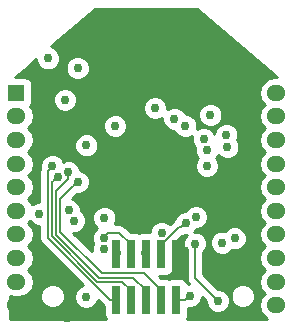
<source format=gbl>
G04 #@! TF.GenerationSoftware,KiCad,Pcbnew,no-vcs-found-96b3286~58~ubuntu16.10.1*
G04 #@! TF.CreationDate,2017-03-05T12:49:51+01:00*
G04 #@! TF.ProjectId,cc2538module,6363323533386D6F64756C652E6B6963,rev?*
G04 #@! TF.FileFunction,Copper,L4,Bot,Signal*
G04 #@! TF.FilePolarity,Positive*
%FSLAX46Y46*%
G04 Gerber Fmt 4.6, Leading zero omitted, Abs format (unit mm)*
G04 Created by KiCad (PCBNEW no-vcs-found-96b3286~58~ubuntu16.10.1) date Sun Mar  5 12:49:51 2017*
%MOMM*%
%LPD*%
G01*
G04 APERTURE LIST*
%ADD10C,0.150000*%
%ADD11C,0.600000*%
%ADD12R,0.740000X2.400000*%
%ADD13O,1.600000X1.360000*%
%ADD14R,1.360000X1.360000*%
%ADD15C,0.762000*%
%ADD16C,0.340502*%
%ADD17C,0.152400*%
%ADD18C,0.254000*%
G04 APERTURE END LIST*
D10*
D11*
X86350000Y-54750000D03*
X86200000Y-53800000D03*
X99350000Y-59700000D03*
X99800000Y-58800000D03*
X100200000Y-57900000D03*
X98550000Y-55600000D03*
X97800000Y-54950000D03*
X82450000Y-73000000D03*
X99600000Y-68200000D03*
X96950000Y-78100000D03*
X81100000Y-77850000D03*
X86500000Y-77850000D03*
X95200000Y-77850000D03*
X85750000Y-52900000D03*
X87600000Y-52350000D03*
X86600000Y-52350000D03*
D12*
X93138158Y-72730794D03*
X91868158Y-72730794D03*
X90598158Y-72730794D03*
X89328158Y-72730794D03*
X88058158Y-72730794D03*
X93138158Y-76630794D03*
X91868158Y-76630794D03*
X90598158Y-76630794D03*
X89328158Y-76630794D03*
X88058158Y-76630794D03*
D13*
X101608680Y-77061080D03*
X101608680Y-75061080D03*
X101608680Y-73061080D03*
X101608680Y-71061080D03*
X101608680Y-69061080D03*
X101608680Y-67061080D03*
X101608680Y-65061080D03*
X101608680Y-63061080D03*
X101608680Y-61061080D03*
X101608680Y-59061080D03*
D14*
X79608680Y-59061080D03*
D13*
X79608680Y-61061080D03*
X79608680Y-63061080D03*
X79608680Y-65061080D03*
X79608680Y-67061080D03*
X79608680Y-69061080D03*
X79608680Y-71061080D03*
X79608680Y-73061080D03*
X79608680Y-75061080D03*
X79608680Y-77061080D03*
X79608680Y-77061080D03*
X79608680Y-75061080D03*
X79608680Y-73061080D03*
X79608680Y-71061080D03*
X79608680Y-69061080D03*
X79608680Y-67061080D03*
X79608680Y-65061080D03*
X79608680Y-63061080D03*
X79608680Y-61061080D03*
D14*
X79608680Y-59061080D03*
D13*
X101608680Y-59061080D03*
X101608680Y-61061080D03*
X101608680Y-63061080D03*
X101608680Y-65061080D03*
X101608680Y-67061080D03*
X101608680Y-69061080D03*
X101608680Y-71061080D03*
X101608680Y-73061080D03*
X101608680Y-75061080D03*
X101608680Y-77061080D03*
D12*
X88058158Y-76630794D03*
X89328158Y-76630794D03*
X90598158Y-76630794D03*
X91868158Y-76630794D03*
X93138158Y-76630794D03*
X88058158Y-72730794D03*
X89328158Y-72730794D03*
X90598158Y-72730794D03*
X91868158Y-72730794D03*
X93138158Y-72730794D03*
X93138158Y-72730794D03*
X91868158Y-72730794D03*
X90598158Y-72730794D03*
X89328158Y-72730794D03*
X88058158Y-72730794D03*
X93138158Y-76630794D03*
X91868158Y-76630794D03*
X90598158Y-76630794D03*
X89328158Y-76630794D03*
X88058158Y-76630794D03*
D13*
X101608680Y-77061080D03*
X101608680Y-75061080D03*
X101608680Y-73061080D03*
X101608680Y-71061080D03*
X101608680Y-69061080D03*
X101608680Y-67061080D03*
X101608680Y-65061080D03*
X101608680Y-63061080D03*
X101608680Y-61061080D03*
X101608680Y-59061080D03*
D14*
X79608680Y-59061080D03*
D13*
X79608680Y-61061080D03*
X79608680Y-63061080D03*
X79608680Y-65061080D03*
X79608680Y-67061080D03*
X79608680Y-69061080D03*
X79608680Y-71061080D03*
X79608680Y-73061080D03*
X79608680Y-75061080D03*
X79608680Y-77061080D03*
D11*
X93800000Y-52350000D03*
X100100000Y-56900000D03*
X99300000Y-56250000D03*
X97050000Y-54300000D03*
X96300000Y-53650000D03*
X95550000Y-53000000D03*
X94800000Y-52350000D03*
D13*
X79608680Y-77061080D03*
X79608680Y-75061080D03*
X79608680Y-73061080D03*
X79608680Y-71061080D03*
X79608680Y-69061080D03*
X79608680Y-67061080D03*
X79608680Y-65061080D03*
X79608680Y-63061080D03*
X79608680Y-61061080D03*
D14*
X79608680Y-59061080D03*
D13*
X101608680Y-59061080D03*
X101608680Y-61061080D03*
X101608680Y-63061080D03*
X101608680Y-65061080D03*
X101608680Y-67061080D03*
X101608680Y-69061080D03*
X101608680Y-71061080D03*
X101608680Y-73061080D03*
X101608680Y-75061080D03*
X101608680Y-77061080D03*
D12*
X88058158Y-76630794D03*
X89328158Y-76630794D03*
X90598158Y-76630794D03*
X91868158Y-76630794D03*
X93138158Y-76630794D03*
X88058158Y-72730794D03*
X89328158Y-72730794D03*
X90598158Y-72730794D03*
X91868158Y-72730794D03*
X93138158Y-72730794D03*
D15*
X85240000Y-59090000D03*
X98850000Y-63550000D03*
X93880002Y-72470000D03*
X96137585Y-74077585D03*
X91470000Y-58270000D03*
X95840000Y-59330000D03*
X95420000Y-57810000D03*
X88513000Y-68450920D03*
X89913000Y-68450920D03*
X91313000Y-68450920D03*
X92713000Y-68450920D03*
X92713000Y-67050920D03*
X91313000Y-67050920D03*
X89913000Y-67050920D03*
X88513000Y-67050920D03*
X88513000Y-64250920D03*
X88513000Y-65650920D03*
X89913000Y-65650920D03*
X91313000Y-65650920D03*
X92713000Y-65650920D03*
X92713000Y-64250920D03*
X91313000Y-64250920D03*
X89913000Y-64250920D03*
X85660000Y-71650000D03*
X86467479Y-58133287D03*
X82490000Y-60210000D03*
X98890000Y-62380000D03*
X83870000Y-78100000D03*
X97340000Y-69850000D03*
X90426703Y-58136579D03*
X90400000Y-57600000D03*
X94299990Y-76250000D03*
X97380000Y-62660000D03*
X85492867Y-76357133D03*
X81560000Y-69310000D03*
X83108403Y-66153502D03*
X82649153Y-65277891D03*
X87041504Y-72301390D03*
X90522789Y-72599590D03*
X87012616Y-71336610D03*
X91350000Y-60350000D03*
X95728954Y-65263277D03*
X91899723Y-70946315D03*
X96660000Y-76670000D03*
X94730000Y-71830000D03*
X92988019Y-61258019D03*
X84787158Y-56981120D03*
X87980000Y-61866718D03*
X94811454Y-69584382D03*
X84510000Y-69880000D03*
X85530000Y-63524212D03*
X88123522Y-72600410D03*
X98080000Y-71387422D03*
X95770846Y-63931694D03*
X95472482Y-63013765D03*
X84780000Y-66602355D03*
X84009538Y-65807685D03*
X93961705Y-70066610D03*
X82300000Y-56150000D03*
X96040000Y-60925798D03*
X84019513Y-69018018D03*
X83730000Y-59650000D03*
X97031632Y-71743033D03*
X97476422Y-63677488D03*
X93920000Y-61890000D03*
X87060000Y-69653390D03*
D16*
X93138158Y-72730794D02*
X93619208Y-72730794D01*
X93619208Y-72730794D02*
X93880002Y-72470000D01*
D17*
X93138158Y-76630794D02*
X93919196Y-76630794D01*
X93919196Y-76630794D02*
X94299990Y-76250000D01*
X82624389Y-66637516D02*
X82727404Y-66534501D01*
X82624389Y-71217298D02*
X82624389Y-66637516D01*
X82727404Y-66534501D02*
X83108403Y-66153502D01*
X88588586Y-75061222D02*
X86468313Y-75061222D01*
X89328158Y-75800794D02*
X88588586Y-75061222D01*
X86468313Y-75061222D02*
X82624389Y-71217298D01*
X89328158Y-76630794D02*
X89328158Y-75800794D01*
X82268154Y-71363972D02*
X82268154Y-65658890D01*
X87534976Y-76630794D02*
X82268154Y-71363972D01*
X88058158Y-76630794D02*
X87534976Y-76630794D01*
X82268154Y-65658890D02*
X82649153Y-65277891D01*
X87393615Y-70955611D02*
X87012616Y-71336610D01*
X88331542Y-70904178D02*
X87445048Y-70904178D01*
X87445048Y-70904178D02*
X87393615Y-70955611D01*
X89328158Y-71900794D02*
X88331542Y-70904178D01*
X89328158Y-72730794D02*
X89328158Y-71900794D01*
X94730000Y-71830000D02*
X94730000Y-74740000D01*
X94730000Y-74740000D02*
X96660000Y-76670000D01*
X79728680Y-71061080D02*
X79608680Y-71061080D01*
X84399001Y-66983354D02*
X84780000Y-66602355D01*
X91868158Y-76630794D02*
X91868158Y-75800794D01*
X83340000Y-68042355D02*
X84399001Y-66983354D01*
X86870000Y-74350000D02*
X83340000Y-70820000D01*
X90417364Y-74350000D02*
X86870000Y-74350000D01*
X91868158Y-75800794D02*
X90417364Y-74350000D01*
X83340000Y-70820000D02*
X83340000Y-68042355D01*
X90598158Y-76630794D02*
X90598158Y-75800794D01*
X82980000Y-67376038D02*
X84009538Y-66346500D01*
X90598158Y-75800794D02*
X89502975Y-74705611D01*
X89502975Y-74705611D02*
X86615611Y-74705611D01*
X86615611Y-74705611D02*
X82980000Y-71070000D01*
X82980000Y-71070000D02*
X82980000Y-67376038D01*
X84009538Y-66346500D02*
X84009538Y-65807685D01*
X93332391Y-70447609D02*
X93580706Y-70447609D01*
X93580706Y-70447609D02*
X93961705Y-70066610D01*
X91868158Y-72730794D02*
X91868158Y-71911842D01*
X91868158Y-71911842D02*
X93332391Y-70447609D01*
D18*
G36*
X80983731Y-70170821D02*
X81357018Y-70325824D01*
X81556954Y-70325998D01*
X81556954Y-71363972D01*
X81611091Y-71636137D01*
X81765260Y-71866866D01*
X85254645Y-75356251D01*
X84918101Y-75495308D01*
X84632046Y-75780864D01*
X84477043Y-76154151D01*
X84476691Y-76558341D01*
X84631042Y-76931899D01*
X84916598Y-77217954D01*
X85289885Y-77372957D01*
X85694075Y-77373309D01*
X86067633Y-77218958D01*
X86353688Y-76933402D01*
X86493967Y-76595573D01*
X87032082Y-77133688D01*
X87040718Y-77139458D01*
X87040718Y-77830794D01*
X87090001Y-78078559D01*
X87167778Y-78194960D01*
X79072080Y-78194960D01*
X79072080Y-76482971D01*
X81641821Y-76482971D01*
X81799058Y-76863515D01*
X82089954Y-77154919D01*
X82470223Y-77312820D01*
X82881971Y-77313179D01*
X83262515Y-77155942D01*
X83553919Y-76865046D01*
X83711820Y-76484777D01*
X83712179Y-76073029D01*
X83554942Y-75692485D01*
X83264046Y-75401081D01*
X82883777Y-75243180D01*
X82472029Y-75242821D01*
X82091485Y-75400058D01*
X81800081Y-75690954D01*
X81642180Y-76071223D01*
X81641821Y-76482971D01*
X79072080Y-76482971D01*
X79072080Y-76298805D01*
X79460567Y-76376080D01*
X79756793Y-76376080D01*
X80260022Y-76275982D01*
X80686638Y-75990925D01*
X80971695Y-75564309D01*
X81071793Y-75061080D01*
X80971695Y-74557851D01*
X80686638Y-74131235D01*
X80581644Y-74061080D01*
X80686638Y-73990925D01*
X80971695Y-73564309D01*
X81071793Y-73061080D01*
X80971695Y-72557851D01*
X80686638Y-72131235D01*
X80581644Y-72061080D01*
X80686638Y-71990925D01*
X80971695Y-71564309D01*
X81071793Y-71061080D01*
X80971695Y-70557851D01*
X80686638Y-70131235D01*
X80581644Y-70061080D01*
X80686638Y-69990925D01*
X80733756Y-69920409D01*
X80983731Y-70170821D01*
X80983731Y-70170821D01*
G37*
X80983731Y-70170821D02*
X81357018Y-70325824D01*
X81556954Y-70325998D01*
X81556954Y-71363972D01*
X81611091Y-71636137D01*
X81765260Y-71866866D01*
X85254645Y-75356251D01*
X84918101Y-75495308D01*
X84632046Y-75780864D01*
X84477043Y-76154151D01*
X84476691Y-76558341D01*
X84631042Y-76931899D01*
X84916598Y-77217954D01*
X85289885Y-77372957D01*
X85694075Y-77373309D01*
X86067633Y-77218958D01*
X86353688Y-76933402D01*
X86493967Y-76595573D01*
X87032082Y-77133688D01*
X87040718Y-77139458D01*
X87040718Y-77830794D01*
X87090001Y-78078559D01*
X87167778Y-78194960D01*
X79072080Y-78194960D01*
X79072080Y-76482971D01*
X81641821Y-76482971D01*
X81799058Y-76863515D01*
X82089954Y-77154919D01*
X82470223Y-77312820D01*
X82881971Y-77313179D01*
X83262515Y-77155942D01*
X83553919Y-76865046D01*
X83711820Y-76484777D01*
X83712179Y-76073029D01*
X83554942Y-75692485D01*
X83264046Y-75401081D01*
X82883777Y-75243180D01*
X82472029Y-75242821D01*
X82091485Y-75400058D01*
X81800081Y-75690954D01*
X81642180Y-76071223D01*
X81641821Y-76482971D01*
X79072080Y-76482971D01*
X79072080Y-76298805D01*
X79460567Y-76376080D01*
X79756793Y-76376080D01*
X80260022Y-76275982D01*
X80686638Y-75990925D01*
X80971695Y-75564309D01*
X81071793Y-75061080D01*
X80971695Y-74557851D01*
X80686638Y-74131235D01*
X80581644Y-74061080D01*
X80686638Y-73990925D01*
X80971695Y-73564309D01*
X81071793Y-73061080D01*
X80971695Y-72557851D01*
X80686638Y-72131235D01*
X80581644Y-72061080D01*
X80686638Y-71990925D01*
X80971695Y-71564309D01*
X81071793Y-71061080D01*
X80971695Y-70557851D01*
X80686638Y-70131235D01*
X80581644Y-70061080D01*
X80686638Y-69990925D01*
X80733756Y-69920409D01*
X80983731Y-70170821D01*
G36*
X101654144Y-57746080D02*
X101460567Y-57746080D01*
X100957338Y-57846178D01*
X100530722Y-58131235D01*
X100245665Y-58557851D01*
X100145567Y-59061080D01*
X100245665Y-59564309D01*
X100530722Y-59990925D01*
X100635716Y-60061080D01*
X100530722Y-60131235D01*
X100245665Y-60557851D01*
X100145567Y-61061080D01*
X100245665Y-61564309D01*
X100530722Y-61990925D01*
X100635716Y-62061080D01*
X100530722Y-62131235D01*
X100245665Y-62557851D01*
X100145567Y-63061080D01*
X100245665Y-63564309D01*
X100530722Y-63990925D01*
X100635716Y-64061080D01*
X100530722Y-64131235D01*
X100245665Y-64557851D01*
X100145567Y-65061080D01*
X100245665Y-65564309D01*
X100530722Y-65990925D01*
X100635716Y-66061080D01*
X100530722Y-66131235D01*
X100245665Y-66557851D01*
X100145567Y-67061080D01*
X100245665Y-67564309D01*
X100530722Y-67990925D01*
X100635716Y-68061080D01*
X100530722Y-68131235D01*
X100245665Y-68557851D01*
X100145567Y-69061080D01*
X100245665Y-69564309D01*
X100530722Y-69990925D01*
X100635716Y-70061080D01*
X100530722Y-70131235D01*
X100245665Y-70557851D01*
X100145567Y-71061080D01*
X100245665Y-71564309D01*
X100530722Y-71990925D01*
X100635716Y-72061080D01*
X100530722Y-72131235D01*
X100245665Y-72557851D01*
X100145567Y-73061080D01*
X100245665Y-73564309D01*
X100530722Y-73990925D01*
X100635716Y-74061080D01*
X100530722Y-74131235D01*
X100245665Y-74557851D01*
X100145567Y-75061080D01*
X100245665Y-75564309D01*
X100530722Y-75990925D01*
X100635716Y-76061080D01*
X100530722Y-76131235D01*
X100245665Y-76557851D01*
X100145567Y-77061080D01*
X100245665Y-77564309D01*
X100530722Y-77990925D01*
X100836081Y-78194960D01*
X94028538Y-78194960D01*
X94106315Y-78078559D01*
X94155598Y-77830794D01*
X94155598Y-77294971D01*
X94191361Y-77287857D01*
X94224170Y-77265935D01*
X94501198Y-77266176D01*
X94874756Y-77111825D01*
X95160811Y-76826269D01*
X95315814Y-76452982D01*
X95315920Y-76331708D01*
X95644008Y-76659796D01*
X95643824Y-76871208D01*
X95798175Y-77244766D01*
X96083731Y-77530821D01*
X96457018Y-77685824D01*
X96861208Y-77686176D01*
X97234766Y-77531825D01*
X97520821Y-77246269D01*
X97675824Y-76872982D01*
X97676163Y-76482971D01*
X97735261Y-76482971D01*
X97892498Y-76863515D01*
X98183394Y-77154919D01*
X98563663Y-77312820D01*
X98975411Y-77313179D01*
X99355955Y-77155942D01*
X99647359Y-76865046D01*
X99805260Y-76484777D01*
X99805619Y-76073029D01*
X99648382Y-75692485D01*
X99357486Y-75401081D01*
X98977217Y-75243180D01*
X98565469Y-75242821D01*
X98184925Y-75400058D01*
X97893521Y-75690954D01*
X97735620Y-76071223D01*
X97735261Y-76482971D01*
X97676163Y-76482971D01*
X97676176Y-76468792D01*
X97521825Y-76095234D01*
X97236269Y-75809179D01*
X96862982Y-75654176D01*
X96649778Y-75653990D01*
X95441200Y-74445412D01*
X95441200Y-72555629D01*
X95590821Y-72406269D01*
X95745824Y-72032982D01*
X95745901Y-71944241D01*
X96015456Y-71944241D01*
X96169807Y-72317799D01*
X96455363Y-72603854D01*
X96828650Y-72758857D01*
X97232840Y-72759209D01*
X97606398Y-72604858D01*
X97828531Y-72383112D01*
X97877018Y-72403246D01*
X98281208Y-72403598D01*
X98654766Y-72249247D01*
X98940821Y-71963691D01*
X99095824Y-71590404D01*
X99096176Y-71186214D01*
X98941825Y-70812656D01*
X98656269Y-70526601D01*
X98282982Y-70371598D01*
X97878792Y-70371246D01*
X97505234Y-70525597D01*
X97283101Y-70747343D01*
X97234614Y-70727209D01*
X96830424Y-70726857D01*
X96456866Y-70881208D01*
X96170811Y-71166764D01*
X96015808Y-71540051D01*
X96015456Y-71944241D01*
X95745901Y-71944241D01*
X95746176Y-71628792D01*
X95591825Y-71255234D01*
X95306269Y-70969179D01*
X94932982Y-70814176D01*
X94651176Y-70813931D01*
X94822526Y-70642879D01*
X94840162Y-70600408D01*
X95012662Y-70600558D01*
X95386220Y-70446207D01*
X95672275Y-70160651D01*
X95827278Y-69787364D01*
X95827630Y-69383174D01*
X95673279Y-69009616D01*
X95387723Y-68723561D01*
X95014436Y-68568558D01*
X94610246Y-68568206D01*
X94236688Y-68722557D01*
X93950633Y-69008113D01*
X93932997Y-69050584D01*
X93760497Y-69050434D01*
X93386939Y-69204785D01*
X93100884Y-69490341D01*
X92945881Y-69863628D01*
X92945878Y-69866951D01*
X92829497Y-69944715D01*
X92582262Y-70191950D01*
X92475992Y-70085494D01*
X92102705Y-69930491D01*
X91698515Y-69930139D01*
X91324957Y-70084490D01*
X91038902Y-70370046D01*
X90883899Y-70743333D01*
X90883777Y-70883354D01*
X90228158Y-70883354D01*
X89980393Y-70932637D01*
X89963158Y-70944153D01*
X89945923Y-70932637D01*
X89698158Y-70883354D01*
X89316506Y-70883354D01*
X88834436Y-70401284D01*
X88603707Y-70247115D01*
X88331542Y-70192978D01*
X87936052Y-70192978D01*
X88075824Y-69856372D01*
X88076176Y-69452182D01*
X87921825Y-69078624D01*
X87636269Y-68792569D01*
X87262982Y-68637566D01*
X86858792Y-68637214D01*
X86485234Y-68791565D01*
X86199179Y-69077121D01*
X86044176Y-69450408D01*
X86043824Y-69854598D01*
X86198175Y-70228156D01*
X86442469Y-70472877D01*
X86437850Y-70474785D01*
X86151795Y-70760341D01*
X85996792Y-71133628D01*
X85996440Y-71537818D01*
X86127126Y-71854101D01*
X86025680Y-72098408D01*
X86025331Y-72499543D01*
X84421712Y-70895924D01*
X84711208Y-70896176D01*
X85084766Y-70741825D01*
X85370821Y-70456269D01*
X85525824Y-70082982D01*
X85526176Y-69678792D01*
X85371825Y-69305234D01*
X85086269Y-69019179D01*
X85035531Y-68998111D01*
X85035689Y-68816810D01*
X84881338Y-68443252D01*
X84595782Y-68157197D01*
X84337991Y-68050152D01*
X84769797Y-67618347D01*
X84981208Y-67618531D01*
X85354766Y-67464180D01*
X85640821Y-67178624D01*
X85795824Y-66805337D01*
X85796176Y-66401147D01*
X85641825Y-66027589D01*
X85356269Y-65741534D01*
X85024616Y-65603819D01*
X84871363Y-65232919D01*
X84585807Y-64946864D01*
X84212520Y-64791861D01*
X83808330Y-64791509D01*
X83585535Y-64883566D01*
X83510978Y-64703125D01*
X83225422Y-64417070D01*
X82852135Y-64262067D01*
X82447945Y-64261715D01*
X82074387Y-64416066D01*
X81788332Y-64701622D01*
X81633329Y-65074909D01*
X81633086Y-65353807D01*
X81611091Y-65386725D01*
X81567380Y-65606477D01*
X81556954Y-65658890D01*
X81556954Y-68293997D01*
X81358792Y-68293824D01*
X80985234Y-68448175D01*
X80933151Y-68500167D01*
X80686638Y-68131235D01*
X80581644Y-68061080D01*
X80686638Y-67990925D01*
X80971695Y-67564309D01*
X81071793Y-67061080D01*
X80971695Y-66557851D01*
X80686638Y-66131235D01*
X80581644Y-66061080D01*
X80686638Y-65990925D01*
X80971695Y-65564309D01*
X81071793Y-65061080D01*
X80971695Y-64557851D01*
X80686638Y-64131235D01*
X80581644Y-64061080D01*
X80686638Y-63990925D01*
X80864043Y-63725420D01*
X84513824Y-63725420D01*
X84668175Y-64098978D01*
X84953731Y-64385033D01*
X85327018Y-64540036D01*
X85731208Y-64540388D01*
X86104766Y-64386037D01*
X86390821Y-64100481D01*
X86545824Y-63727194D01*
X86546176Y-63323004D01*
X86391825Y-62949446D01*
X86106269Y-62663391D01*
X85732982Y-62508388D01*
X85328792Y-62508036D01*
X84955234Y-62662387D01*
X84669179Y-62947943D01*
X84514176Y-63321230D01*
X84513824Y-63725420D01*
X80864043Y-63725420D01*
X80971695Y-63564309D01*
X81071793Y-63061080D01*
X80971695Y-62557851D01*
X80686638Y-62131235D01*
X80591890Y-62067926D01*
X86963824Y-62067926D01*
X87118175Y-62441484D01*
X87403731Y-62727539D01*
X87777018Y-62882542D01*
X88181208Y-62882894D01*
X88554766Y-62728543D01*
X88840821Y-62442987D01*
X88995824Y-62069700D01*
X88996176Y-61665510D01*
X88841825Y-61291952D01*
X88556269Y-61005897D01*
X88182982Y-60850894D01*
X87778792Y-60850542D01*
X87405234Y-61004893D01*
X87119179Y-61290449D01*
X86964176Y-61663736D01*
X86963824Y-62067926D01*
X80591890Y-62067926D01*
X80581644Y-62061080D01*
X80686638Y-61990925D01*
X80971695Y-61564309D01*
X81071793Y-61061080D01*
X80971695Y-60557851D01*
X80736364Y-60205655D01*
X80746489Y-60198889D01*
X80886837Y-59988845D01*
X80914214Y-59851208D01*
X82713824Y-59851208D01*
X82868175Y-60224766D01*
X83153731Y-60510821D01*
X83527018Y-60665824D01*
X83931208Y-60666176D01*
X84209451Y-60551208D01*
X90333824Y-60551208D01*
X90488175Y-60924766D01*
X90773731Y-61210821D01*
X91147018Y-61365824D01*
X91551208Y-61366176D01*
X91924766Y-61211825D01*
X91972100Y-61164574D01*
X91971843Y-61459227D01*
X92126194Y-61832785D01*
X92411750Y-62118840D01*
X92785037Y-62273843D01*
X92979357Y-62274012D01*
X93058175Y-62464766D01*
X93343731Y-62750821D01*
X93717018Y-62905824D01*
X94121208Y-62906176D01*
X94478317Y-62758621D01*
X94456658Y-62810783D01*
X94456306Y-63214973D01*
X94610657Y-63588531D01*
X94755018Y-63733144D01*
X94754670Y-64132902D01*
X94909021Y-64506460D01*
X94978887Y-64576448D01*
X94868133Y-64687008D01*
X94713130Y-65060295D01*
X94712778Y-65464485D01*
X94867129Y-65838043D01*
X95152685Y-66124098D01*
X95525972Y-66279101D01*
X95930162Y-66279453D01*
X96303720Y-66125102D01*
X96589775Y-65839546D01*
X96744778Y-65466259D01*
X96745130Y-65062069D01*
X96590779Y-64688511D01*
X96520913Y-64618523D01*
X96631667Y-64507963D01*
X96701640Y-64339449D01*
X96900153Y-64538309D01*
X97273440Y-64693312D01*
X97677630Y-64693664D01*
X98051188Y-64539313D01*
X98337243Y-64253757D01*
X98492246Y-63880470D01*
X98492598Y-63476280D01*
X98338247Y-63102722D01*
X98308605Y-63073028D01*
X98395824Y-62862982D01*
X98396176Y-62458792D01*
X98241825Y-62085234D01*
X97956269Y-61799179D01*
X97582982Y-61644176D01*
X97178792Y-61643824D01*
X96805234Y-61798175D01*
X96519179Y-62083731D01*
X96364176Y-62457018D01*
X96364129Y-62511173D01*
X96334307Y-62438999D01*
X96048751Y-62152944D01*
X95675464Y-61997941D01*
X95271274Y-61997589D01*
X94914165Y-62145144D01*
X94935824Y-62092982D01*
X94936176Y-61688792D01*
X94781825Y-61315234D01*
X94593926Y-61127006D01*
X95023824Y-61127006D01*
X95178175Y-61500564D01*
X95463731Y-61786619D01*
X95837018Y-61941622D01*
X96241208Y-61941974D01*
X96614766Y-61787623D01*
X96900821Y-61502067D01*
X97055824Y-61128780D01*
X97056176Y-60724590D01*
X96901825Y-60351032D01*
X96616269Y-60064977D01*
X96242982Y-59909974D01*
X95838792Y-59909622D01*
X95465234Y-60063973D01*
X95179179Y-60349529D01*
X95024176Y-60722816D01*
X95023824Y-61127006D01*
X94593926Y-61127006D01*
X94496269Y-61029179D01*
X94122982Y-60874176D01*
X93928662Y-60874007D01*
X93849844Y-60683253D01*
X93564288Y-60397198D01*
X93191001Y-60242195D01*
X92786811Y-60241843D01*
X92413253Y-60396194D01*
X92365919Y-60443445D01*
X92366176Y-60148792D01*
X92211825Y-59775234D01*
X91926269Y-59489179D01*
X91552982Y-59334176D01*
X91148792Y-59333824D01*
X90775234Y-59488175D01*
X90489179Y-59773731D01*
X90334176Y-60147018D01*
X90333824Y-60551208D01*
X84209451Y-60551208D01*
X84304766Y-60511825D01*
X84590821Y-60226269D01*
X84745824Y-59852982D01*
X84746176Y-59448792D01*
X84591825Y-59075234D01*
X84306269Y-58789179D01*
X83932982Y-58634176D01*
X83528792Y-58633824D01*
X83155234Y-58788175D01*
X82869179Y-59073731D01*
X82714176Y-59447018D01*
X82713824Y-59851208D01*
X80914214Y-59851208D01*
X80936120Y-59741080D01*
X80936120Y-58381080D01*
X80886837Y-58133315D01*
X80746489Y-57923271D01*
X80536445Y-57782923D01*
X80288680Y-57733640D01*
X79514475Y-57733640D01*
X80155280Y-57182328D01*
X83770982Y-57182328D01*
X83925333Y-57555886D01*
X84210889Y-57841941D01*
X84584176Y-57996944D01*
X84988366Y-57997296D01*
X85361924Y-57842945D01*
X85647979Y-57557389D01*
X85802982Y-57184102D01*
X85803334Y-56779912D01*
X85648983Y-56406354D01*
X85363427Y-56120299D01*
X84990140Y-55965296D01*
X84585950Y-55964944D01*
X84212392Y-56119295D01*
X83926337Y-56404851D01*
X83771334Y-56778138D01*
X83770982Y-57182328D01*
X80155280Y-57182328D01*
X81283946Y-56211289D01*
X81283824Y-56351208D01*
X81438175Y-56724766D01*
X81723731Y-57010821D01*
X82097018Y-57165824D01*
X82501208Y-57166176D01*
X82874766Y-57011825D01*
X83160821Y-56726269D01*
X83315824Y-56352982D01*
X83316176Y-55948792D01*
X83161825Y-55575234D01*
X82876269Y-55289179D01*
X82525187Y-55143396D01*
X86231195Y-51954960D01*
X94922965Y-51954960D01*
X101654144Y-57746080D01*
X101654144Y-57746080D01*
G37*
X101654144Y-57746080D02*
X101460567Y-57746080D01*
X100957338Y-57846178D01*
X100530722Y-58131235D01*
X100245665Y-58557851D01*
X100145567Y-59061080D01*
X100245665Y-59564309D01*
X100530722Y-59990925D01*
X100635716Y-60061080D01*
X100530722Y-60131235D01*
X100245665Y-60557851D01*
X100145567Y-61061080D01*
X100245665Y-61564309D01*
X100530722Y-61990925D01*
X100635716Y-62061080D01*
X100530722Y-62131235D01*
X100245665Y-62557851D01*
X100145567Y-63061080D01*
X100245665Y-63564309D01*
X100530722Y-63990925D01*
X100635716Y-64061080D01*
X100530722Y-64131235D01*
X100245665Y-64557851D01*
X100145567Y-65061080D01*
X100245665Y-65564309D01*
X100530722Y-65990925D01*
X100635716Y-66061080D01*
X100530722Y-66131235D01*
X100245665Y-66557851D01*
X100145567Y-67061080D01*
X100245665Y-67564309D01*
X100530722Y-67990925D01*
X100635716Y-68061080D01*
X100530722Y-68131235D01*
X100245665Y-68557851D01*
X100145567Y-69061080D01*
X100245665Y-69564309D01*
X100530722Y-69990925D01*
X100635716Y-70061080D01*
X100530722Y-70131235D01*
X100245665Y-70557851D01*
X100145567Y-71061080D01*
X100245665Y-71564309D01*
X100530722Y-71990925D01*
X100635716Y-72061080D01*
X100530722Y-72131235D01*
X100245665Y-72557851D01*
X100145567Y-73061080D01*
X100245665Y-73564309D01*
X100530722Y-73990925D01*
X100635716Y-74061080D01*
X100530722Y-74131235D01*
X100245665Y-74557851D01*
X100145567Y-75061080D01*
X100245665Y-75564309D01*
X100530722Y-75990925D01*
X100635716Y-76061080D01*
X100530722Y-76131235D01*
X100245665Y-76557851D01*
X100145567Y-77061080D01*
X100245665Y-77564309D01*
X100530722Y-77990925D01*
X100836081Y-78194960D01*
X94028538Y-78194960D01*
X94106315Y-78078559D01*
X94155598Y-77830794D01*
X94155598Y-77294971D01*
X94191361Y-77287857D01*
X94224170Y-77265935D01*
X94501198Y-77266176D01*
X94874756Y-77111825D01*
X95160811Y-76826269D01*
X95315814Y-76452982D01*
X95315920Y-76331708D01*
X95644008Y-76659796D01*
X95643824Y-76871208D01*
X95798175Y-77244766D01*
X96083731Y-77530821D01*
X96457018Y-77685824D01*
X96861208Y-77686176D01*
X97234766Y-77531825D01*
X97520821Y-77246269D01*
X97675824Y-76872982D01*
X97676163Y-76482971D01*
X97735261Y-76482971D01*
X97892498Y-76863515D01*
X98183394Y-77154919D01*
X98563663Y-77312820D01*
X98975411Y-77313179D01*
X99355955Y-77155942D01*
X99647359Y-76865046D01*
X99805260Y-76484777D01*
X99805619Y-76073029D01*
X99648382Y-75692485D01*
X99357486Y-75401081D01*
X98977217Y-75243180D01*
X98565469Y-75242821D01*
X98184925Y-75400058D01*
X97893521Y-75690954D01*
X97735620Y-76071223D01*
X97735261Y-76482971D01*
X97676163Y-76482971D01*
X97676176Y-76468792D01*
X97521825Y-76095234D01*
X97236269Y-75809179D01*
X96862982Y-75654176D01*
X96649778Y-75653990D01*
X95441200Y-74445412D01*
X95441200Y-72555629D01*
X95590821Y-72406269D01*
X95745824Y-72032982D01*
X95745901Y-71944241D01*
X96015456Y-71944241D01*
X96169807Y-72317799D01*
X96455363Y-72603854D01*
X96828650Y-72758857D01*
X97232840Y-72759209D01*
X97606398Y-72604858D01*
X97828531Y-72383112D01*
X97877018Y-72403246D01*
X98281208Y-72403598D01*
X98654766Y-72249247D01*
X98940821Y-71963691D01*
X99095824Y-71590404D01*
X99096176Y-71186214D01*
X98941825Y-70812656D01*
X98656269Y-70526601D01*
X98282982Y-70371598D01*
X97878792Y-70371246D01*
X97505234Y-70525597D01*
X97283101Y-70747343D01*
X97234614Y-70727209D01*
X96830424Y-70726857D01*
X96456866Y-70881208D01*
X96170811Y-71166764D01*
X96015808Y-71540051D01*
X96015456Y-71944241D01*
X95745901Y-71944241D01*
X95746176Y-71628792D01*
X95591825Y-71255234D01*
X95306269Y-70969179D01*
X94932982Y-70814176D01*
X94651176Y-70813931D01*
X94822526Y-70642879D01*
X94840162Y-70600408D01*
X95012662Y-70600558D01*
X95386220Y-70446207D01*
X95672275Y-70160651D01*
X95827278Y-69787364D01*
X95827630Y-69383174D01*
X95673279Y-69009616D01*
X95387723Y-68723561D01*
X95014436Y-68568558D01*
X94610246Y-68568206D01*
X94236688Y-68722557D01*
X93950633Y-69008113D01*
X93932997Y-69050584D01*
X93760497Y-69050434D01*
X93386939Y-69204785D01*
X93100884Y-69490341D01*
X92945881Y-69863628D01*
X92945878Y-69866951D01*
X92829497Y-69944715D01*
X92582262Y-70191950D01*
X92475992Y-70085494D01*
X92102705Y-69930491D01*
X91698515Y-69930139D01*
X91324957Y-70084490D01*
X91038902Y-70370046D01*
X90883899Y-70743333D01*
X90883777Y-70883354D01*
X90228158Y-70883354D01*
X89980393Y-70932637D01*
X89963158Y-70944153D01*
X89945923Y-70932637D01*
X89698158Y-70883354D01*
X89316506Y-70883354D01*
X88834436Y-70401284D01*
X88603707Y-70247115D01*
X88331542Y-70192978D01*
X87936052Y-70192978D01*
X88075824Y-69856372D01*
X88076176Y-69452182D01*
X87921825Y-69078624D01*
X87636269Y-68792569D01*
X87262982Y-68637566D01*
X86858792Y-68637214D01*
X86485234Y-68791565D01*
X86199179Y-69077121D01*
X86044176Y-69450408D01*
X86043824Y-69854598D01*
X86198175Y-70228156D01*
X86442469Y-70472877D01*
X86437850Y-70474785D01*
X86151795Y-70760341D01*
X85996792Y-71133628D01*
X85996440Y-71537818D01*
X86127126Y-71854101D01*
X86025680Y-72098408D01*
X86025331Y-72499543D01*
X84421712Y-70895924D01*
X84711208Y-70896176D01*
X85084766Y-70741825D01*
X85370821Y-70456269D01*
X85525824Y-70082982D01*
X85526176Y-69678792D01*
X85371825Y-69305234D01*
X85086269Y-69019179D01*
X85035531Y-68998111D01*
X85035689Y-68816810D01*
X84881338Y-68443252D01*
X84595782Y-68157197D01*
X84337991Y-68050152D01*
X84769797Y-67618347D01*
X84981208Y-67618531D01*
X85354766Y-67464180D01*
X85640821Y-67178624D01*
X85795824Y-66805337D01*
X85796176Y-66401147D01*
X85641825Y-66027589D01*
X85356269Y-65741534D01*
X85024616Y-65603819D01*
X84871363Y-65232919D01*
X84585807Y-64946864D01*
X84212520Y-64791861D01*
X83808330Y-64791509D01*
X83585535Y-64883566D01*
X83510978Y-64703125D01*
X83225422Y-64417070D01*
X82852135Y-64262067D01*
X82447945Y-64261715D01*
X82074387Y-64416066D01*
X81788332Y-64701622D01*
X81633329Y-65074909D01*
X81633086Y-65353807D01*
X81611091Y-65386725D01*
X81567380Y-65606477D01*
X81556954Y-65658890D01*
X81556954Y-68293997D01*
X81358792Y-68293824D01*
X80985234Y-68448175D01*
X80933151Y-68500167D01*
X80686638Y-68131235D01*
X80581644Y-68061080D01*
X80686638Y-67990925D01*
X80971695Y-67564309D01*
X81071793Y-67061080D01*
X80971695Y-66557851D01*
X80686638Y-66131235D01*
X80581644Y-66061080D01*
X80686638Y-65990925D01*
X80971695Y-65564309D01*
X81071793Y-65061080D01*
X80971695Y-64557851D01*
X80686638Y-64131235D01*
X80581644Y-64061080D01*
X80686638Y-63990925D01*
X80864043Y-63725420D01*
X84513824Y-63725420D01*
X84668175Y-64098978D01*
X84953731Y-64385033D01*
X85327018Y-64540036D01*
X85731208Y-64540388D01*
X86104766Y-64386037D01*
X86390821Y-64100481D01*
X86545824Y-63727194D01*
X86546176Y-63323004D01*
X86391825Y-62949446D01*
X86106269Y-62663391D01*
X85732982Y-62508388D01*
X85328792Y-62508036D01*
X84955234Y-62662387D01*
X84669179Y-62947943D01*
X84514176Y-63321230D01*
X84513824Y-63725420D01*
X80864043Y-63725420D01*
X80971695Y-63564309D01*
X81071793Y-63061080D01*
X80971695Y-62557851D01*
X80686638Y-62131235D01*
X80591890Y-62067926D01*
X86963824Y-62067926D01*
X87118175Y-62441484D01*
X87403731Y-62727539D01*
X87777018Y-62882542D01*
X88181208Y-62882894D01*
X88554766Y-62728543D01*
X88840821Y-62442987D01*
X88995824Y-62069700D01*
X88996176Y-61665510D01*
X88841825Y-61291952D01*
X88556269Y-61005897D01*
X88182982Y-60850894D01*
X87778792Y-60850542D01*
X87405234Y-61004893D01*
X87119179Y-61290449D01*
X86964176Y-61663736D01*
X86963824Y-62067926D01*
X80591890Y-62067926D01*
X80581644Y-62061080D01*
X80686638Y-61990925D01*
X80971695Y-61564309D01*
X81071793Y-61061080D01*
X80971695Y-60557851D01*
X80736364Y-60205655D01*
X80746489Y-60198889D01*
X80886837Y-59988845D01*
X80914214Y-59851208D01*
X82713824Y-59851208D01*
X82868175Y-60224766D01*
X83153731Y-60510821D01*
X83527018Y-60665824D01*
X83931208Y-60666176D01*
X84209451Y-60551208D01*
X90333824Y-60551208D01*
X90488175Y-60924766D01*
X90773731Y-61210821D01*
X91147018Y-61365824D01*
X91551208Y-61366176D01*
X91924766Y-61211825D01*
X91972100Y-61164574D01*
X91971843Y-61459227D01*
X92126194Y-61832785D01*
X92411750Y-62118840D01*
X92785037Y-62273843D01*
X92979357Y-62274012D01*
X93058175Y-62464766D01*
X93343731Y-62750821D01*
X93717018Y-62905824D01*
X94121208Y-62906176D01*
X94478317Y-62758621D01*
X94456658Y-62810783D01*
X94456306Y-63214973D01*
X94610657Y-63588531D01*
X94755018Y-63733144D01*
X94754670Y-64132902D01*
X94909021Y-64506460D01*
X94978887Y-64576448D01*
X94868133Y-64687008D01*
X94713130Y-65060295D01*
X94712778Y-65464485D01*
X94867129Y-65838043D01*
X95152685Y-66124098D01*
X95525972Y-66279101D01*
X95930162Y-66279453D01*
X96303720Y-66125102D01*
X96589775Y-65839546D01*
X96744778Y-65466259D01*
X96745130Y-65062069D01*
X96590779Y-64688511D01*
X96520913Y-64618523D01*
X96631667Y-64507963D01*
X96701640Y-64339449D01*
X96900153Y-64538309D01*
X97273440Y-64693312D01*
X97677630Y-64693664D01*
X98051188Y-64539313D01*
X98337243Y-64253757D01*
X98492246Y-63880470D01*
X98492598Y-63476280D01*
X98338247Y-63102722D01*
X98308605Y-63073028D01*
X98395824Y-62862982D01*
X98396176Y-62458792D01*
X98241825Y-62085234D01*
X97956269Y-61799179D01*
X97582982Y-61644176D01*
X97178792Y-61643824D01*
X96805234Y-61798175D01*
X96519179Y-62083731D01*
X96364176Y-62457018D01*
X96364129Y-62511173D01*
X96334307Y-62438999D01*
X96048751Y-62152944D01*
X95675464Y-61997941D01*
X95271274Y-61997589D01*
X94914165Y-62145144D01*
X94935824Y-62092982D01*
X94936176Y-61688792D01*
X94781825Y-61315234D01*
X94593926Y-61127006D01*
X95023824Y-61127006D01*
X95178175Y-61500564D01*
X95463731Y-61786619D01*
X95837018Y-61941622D01*
X96241208Y-61941974D01*
X96614766Y-61787623D01*
X96900821Y-61502067D01*
X97055824Y-61128780D01*
X97056176Y-60724590D01*
X96901825Y-60351032D01*
X96616269Y-60064977D01*
X96242982Y-59909974D01*
X95838792Y-59909622D01*
X95465234Y-60063973D01*
X95179179Y-60349529D01*
X95024176Y-60722816D01*
X95023824Y-61127006D01*
X94593926Y-61127006D01*
X94496269Y-61029179D01*
X94122982Y-60874176D01*
X93928662Y-60874007D01*
X93849844Y-60683253D01*
X93564288Y-60397198D01*
X93191001Y-60242195D01*
X92786811Y-60241843D01*
X92413253Y-60396194D01*
X92365919Y-60443445D01*
X92366176Y-60148792D01*
X92211825Y-59775234D01*
X91926269Y-59489179D01*
X91552982Y-59334176D01*
X91148792Y-59333824D01*
X90775234Y-59488175D01*
X90489179Y-59773731D01*
X90334176Y-60147018D01*
X90333824Y-60551208D01*
X84209451Y-60551208D01*
X84304766Y-60511825D01*
X84590821Y-60226269D01*
X84745824Y-59852982D01*
X84746176Y-59448792D01*
X84591825Y-59075234D01*
X84306269Y-58789179D01*
X83932982Y-58634176D01*
X83528792Y-58633824D01*
X83155234Y-58788175D01*
X82869179Y-59073731D01*
X82714176Y-59447018D01*
X82713824Y-59851208D01*
X80914214Y-59851208D01*
X80936120Y-59741080D01*
X80936120Y-58381080D01*
X80886837Y-58133315D01*
X80746489Y-57923271D01*
X80536445Y-57782923D01*
X80288680Y-57733640D01*
X79514475Y-57733640D01*
X80155280Y-57182328D01*
X83770982Y-57182328D01*
X83925333Y-57555886D01*
X84210889Y-57841941D01*
X84584176Y-57996944D01*
X84988366Y-57997296D01*
X85361924Y-57842945D01*
X85647979Y-57557389D01*
X85802982Y-57184102D01*
X85803334Y-56779912D01*
X85648983Y-56406354D01*
X85363427Y-56120299D01*
X84990140Y-55965296D01*
X84585950Y-55964944D01*
X84212392Y-56119295D01*
X83926337Y-56404851D01*
X83771334Y-56778138D01*
X83770982Y-57182328D01*
X80155280Y-57182328D01*
X81283946Y-56211289D01*
X81283824Y-56351208D01*
X81438175Y-56724766D01*
X81723731Y-57010821D01*
X82097018Y-57165824D01*
X82501208Y-57166176D01*
X82874766Y-57011825D01*
X83160821Y-56726269D01*
X83315824Y-56352982D01*
X83316176Y-55948792D01*
X83161825Y-55575234D01*
X82876269Y-55289179D01*
X82525187Y-55143396D01*
X86231195Y-51954960D01*
X94922965Y-51954960D01*
X101654144Y-57746080D01*
G36*
X94040529Y-71082679D02*
X93869179Y-71253731D01*
X93714176Y-71627018D01*
X93713824Y-72031208D01*
X93868175Y-72404766D01*
X94018800Y-72555654D01*
X94018800Y-74740000D01*
X94072937Y-75012165D01*
X94221117Y-75233931D01*
X94116422Y-75233839D01*
X94106315Y-75183029D01*
X93965967Y-74972985D01*
X93755923Y-74832637D01*
X93508158Y-74783354D01*
X92768158Y-74783354D01*
X92520393Y-74832637D01*
X92503158Y-74844153D01*
X92485923Y-74832637D01*
X92238158Y-74783354D01*
X91856507Y-74783354D01*
X91651387Y-74578234D01*
X92238158Y-74578234D01*
X92485923Y-74528951D01*
X92695967Y-74388603D01*
X92836315Y-74178559D01*
X92885598Y-73930794D01*
X92885598Y-71900190D01*
X93638469Y-71147319D01*
X93852871Y-71104672D01*
X93885986Y-71082545D01*
X94040529Y-71082679D01*
X94040529Y-71082679D01*
G37*
X94040529Y-71082679D02*
X93869179Y-71253731D01*
X93714176Y-71627018D01*
X93713824Y-72031208D01*
X93868175Y-72404766D01*
X94018800Y-72555654D01*
X94018800Y-74740000D01*
X94072937Y-75012165D01*
X94221117Y-75233931D01*
X94116422Y-75233839D01*
X94106315Y-75183029D01*
X93965967Y-74972985D01*
X93755923Y-74832637D01*
X93508158Y-74783354D01*
X92768158Y-74783354D01*
X92520393Y-74832637D01*
X92503158Y-74844153D01*
X92485923Y-74832637D01*
X92238158Y-74783354D01*
X91856507Y-74783354D01*
X91651387Y-74578234D01*
X92238158Y-74578234D01*
X92485923Y-74528951D01*
X92695967Y-74388603D01*
X92836315Y-74178559D01*
X92885598Y-73930794D01*
X92885598Y-71900190D01*
X93638469Y-71147319D01*
X93852871Y-71104672D01*
X93885986Y-71082545D01*
X94040529Y-71082679D01*
M02*

</source>
